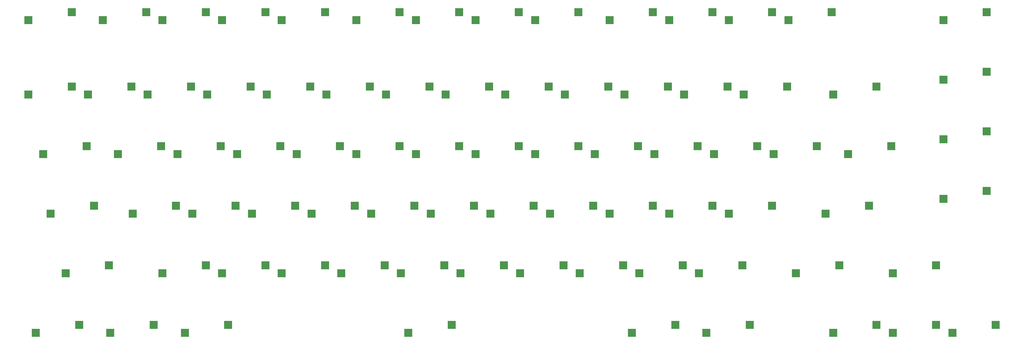
<source format=gbr>
G04 #@! TF.GenerationSoftware,KiCad,Pcbnew,(6.0.10)*
G04 #@! TF.CreationDate,2023-03-05T22:56:18-08:00*
G04 #@! TF.ProjectId,keyboard,6b657962-6f61-4726-942e-6b696361645f,rev?*
G04 #@! TF.SameCoordinates,Original*
G04 #@! TF.FileFunction,Paste,Bot*
G04 #@! TF.FilePolarity,Positive*
%FSLAX46Y46*%
G04 Gerber Fmt 4.6, Leading zero omitted, Abs format (unit mm)*
G04 Created by KiCad (PCBNEW (6.0.10)) date 2023-03-05 22:56:18*
%MOMM*%
%LPD*%
G01*
G04 APERTURE LIST*
%ADD10R,2.550000X2.500000*%
G04 APERTURE END LIST*
D10*
X390026250Y-173600000D03*
X376176250Y-176140000D03*
X297157500Y-154550000D03*
X283307500Y-157090000D03*
X344782500Y-135500000D03*
X330932500Y-138040000D03*
X301920000Y-173600000D03*
X288070000Y-176140000D03*
X249532500Y-135500000D03*
X235682500Y-138040000D03*
X349545000Y-192650000D03*
X335695000Y-195190000D03*
X201907500Y-154550000D03*
X188057500Y-157090000D03*
X263820000Y-173600000D03*
X249970000Y-176140000D03*
X278107500Y-111687500D03*
X264257500Y-114227500D03*
X154282500Y-135500000D03*
X140432500Y-138040000D03*
X278107500Y-154550000D03*
X264257500Y-157090000D03*
X397170000Y-154550000D03*
X383320000Y-157090000D03*
X256640000Y-211680000D03*
X242790000Y-214220000D03*
X316207500Y-154550000D03*
X302357500Y-157090000D03*
X182857500Y-154550000D03*
X169007500Y-157090000D03*
X325732500Y-135500000D03*
X311882500Y-138040000D03*
X142376250Y-173600000D03*
X128526250Y-176140000D03*
X378120000Y-111687500D03*
X364270000Y-114227500D03*
X163807500Y-154550000D03*
X149957500Y-157090000D03*
X220957500Y-154550000D03*
X207107500Y-157090000D03*
X282870000Y-173600000D03*
X269020000Y-176140000D03*
X335257500Y-154550000D03*
X321407500Y-157090000D03*
X206670000Y-173600000D03*
X192820000Y-176140000D03*
X216195000Y-111687500D03*
X202345000Y-114227500D03*
X254295000Y-192650000D03*
X240445000Y-195190000D03*
X330495000Y-192650000D03*
X316645000Y-195190000D03*
X240007500Y-111687500D03*
X226157500Y-114227500D03*
X187620000Y-173600000D03*
X173770000Y-176140000D03*
X159045000Y-111687500D03*
X145195000Y-114227500D03*
X197145000Y-111687500D03*
X183295000Y-114227500D03*
X373357500Y-154550000D03*
X359507500Y-157090000D03*
X173332500Y-135500000D03*
X159482500Y-138040000D03*
X197145000Y-192650000D03*
X183295000Y-195190000D03*
X192382500Y-135500000D03*
X178532500Y-138040000D03*
X161426250Y-211700000D03*
X147576250Y-214240000D03*
X185238750Y-211700000D03*
X171388750Y-214240000D03*
X411457500Y-192650000D03*
X397607500Y-195190000D03*
X380501250Y-192650000D03*
X366651250Y-195190000D03*
X139995000Y-154550000D03*
X126145000Y-157090000D03*
X230482500Y-135500000D03*
X216632500Y-138040000D03*
X427650000Y-149787500D03*
X413800000Y-152327500D03*
X259057500Y-111687500D03*
X245207500Y-114227500D03*
X216195000Y-192650000D03*
X202345000Y-195190000D03*
X427650000Y-111687500D03*
X413800000Y-114227500D03*
X427650000Y-168837500D03*
X413800000Y-171377500D03*
X178095000Y-111687500D03*
X164245000Y-114227500D03*
X320970000Y-111687500D03*
X307120000Y-114227500D03*
X359070000Y-111687500D03*
X345220000Y-114227500D03*
X427650000Y-130737500D03*
X413800000Y-133277500D03*
X430507500Y-211700000D03*
X416657500Y-214240000D03*
X268582500Y-135500000D03*
X254732500Y-138040000D03*
X297157500Y-111687500D03*
X283307500Y-114227500D03*
X359070000Y-173600000D03*
X345220000Y-176140000D03*
X363832500Y-135500000D03*
X349982500Y-138040000D03*
X320970000Y-173600000D03*
X307120000Y-176140000D03*
X235245000Y-192650000D03*
X221395000Y-195190000D03*
X351926250Y-211700000D03*
X338076250Y-214240000D03*
X178095000Y-192650000D03*
X164245000Y-195190000D03*
X328113750Y-211700000D03*
X314263750Y-214240000D03*
X147138750Y-192650000D03*
X133288750Y-195190000D03*
X273345000Y-192650000D03*
X259495000Y-195190000D03*
X392407500Y-211700000D03*
X378557500Y-214240000D03*
X137613750Y-211700000D03*
X123763750Y-214240000D03*
X340020000Y-111687500D03*
X326170000Y-114227500D03*
X340020000Y-173600000D03*
X326170000Y-176140000D03*
X311445000Y-192650000D03*
X297595000Y-195190000D03*
X240007500Y-154550000D03*
X226157500Y-157090000D03*
X211432500Y-135500000D03*
X197582500Y-138040000D03*
X411457500Y-211700000D03*
X397607500Y-214240000D03*
X292395000Y-192650000D03*
X278545000Y-195190000D03*
X135232500Y-111687500D03*
X121382500Y-114227500D03*
X354307500Y-154550000D03*
X340457500Y-157090000D03*
X287632500Y-135500000D03*
X273782500Y-138040000D03*
X225720000Y-173600000D03*
X211870000Y-176140000D03*
X259057500Y-154550000D03*
X245207500Y-157090000D03*
X306682500Y-135500000D03*
X292832500Y-138040000D03*
X168570000Y-173600000D03*
X154720000Y-176140000D03*
X135232500Y-135500000D03*
X121382500Y-138040000D03*
X392407500Y-135500000D03*
X378557500Y-138040000D03*
X244770000Y-173600000D03*
X230920000Y-176140000D03*
M02*

</source>
